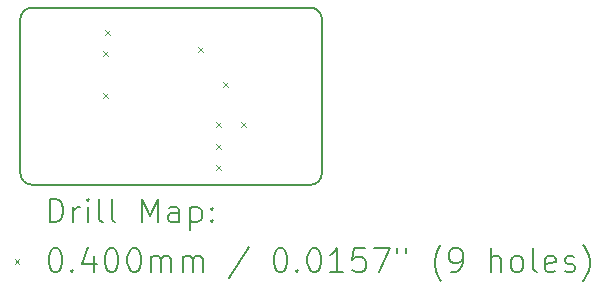
<source format=gbr>
%FSLAX45Y45*%
G04 Gerber Fmt 4.5, Leading zero omitted, Abs format (unit mm)*
G04 Created by KiCad (PCBNEW (6.0.0-0)) date 2022-08-03 15:32:23*
%MOMM*%
%LPD*%
G01*
G04 APERTURE LIST*
%TA.AperFunction,Profile*%
%ADD10C,0.150000*%
%TD*%
%ADD11C,0.200000*%
%ADD12C,0.040000*%
G04 APERTURE END LIST*
D10*
X19480200Y-5222200D02*
X21835000Y-5222200D01*
X21935000Y-5322200D02*
X21935000Y-6622200D01*
X21835000Y-6722200D02*
X19480200Y-6722200D01*
X19380200Y-6622200D02*
X19380200Y-5322200D01*
X21935000Y-5322200D02*
G75*
G03*
X21835000Y-5222200I-100000J0D01*
G01*
X19480200Y-5222200D02*
G75*
G03*
X19380200Y-5322200I0J-100000D01*
G01*
X19380200Y-6622200D02*
G75*
G03*
X19480200Y-6722200I100000J0D01*
G01*
X21835000Y-6722200D02*
G75*
G03*
X21935000Y-6622200I0J100000D01*
G01*
D11*
D12*
X20084100Y-5593400D02*
X20124100Y-5633400D01*
X20124100Y-5593400D02*
X20084100Y-5633400D01*
X20084100Y-5949000D02*
X20124100Y-5989000D01*
X20124100Y-5949000D02*
X20084100Y-5989000D01*
X20096800Y-5415600D02*
X20136800Y-5455600D01*
X20136800Y-5415600D02*
X20096800Y-5455600D01*
X20884200Y-5555300D02*
X20924200Y-5595300D01*
X20924200Y-5555300D02*
X20884200Y-5595300D01*
X21036600Y-6190300D02*
X21076600Y-6230300D01*
X21076600Y-6190300D02*
X21036600Y-6230300D01*
X21036600Y-6378900D02*
X21076600Y-6418900D01*
X21076600Y-6378900D02*
X21036600Y-6418900D01*
X21036600Y-6558600D02*
X21076600Y-6598600D01*
X21076600Y-6558600D02*
X21036600Y-6598600D01*
X21100100Y-5852200D02*
X21140100Y-5892200D01*
X21140100Y-5852200D02*
X21100100Y-5892200D01*
X21252500Y-6190300D02*
X21292500Y-6230300D01*
X21292500Y-6190300D02*
X21252500Y-6230300D01*
D11*
X19630319Y-7040176D02*
X19630319Y-6840176D01*
X19677938Y-6840176D01*
X19706510Y-6849700D01*
X19725557Y-6868748D01*
X19735081Y-6887795D01*
X19744605Y-6925890D01*
X19744605Y-6954462D01*
X19735081Y-6992557D01*
X19725557Y-7011605D01*
X19706510Y-7030652D01*
X19677938Y-7040176D01*
X19630319Y-7040176D01*
X19830319Y-7040176D02*
X19830319Y-6906843D01*
X19830319Y-6944938D02*
X19839843Y-6925890D01*
X19849367Y-6916367D01*
X19868414Y-6906843D01*
X19887462Y-6906843D01*
X19954129Y-7040176D02*
X19954129Y-6906843D01*
X19954129Y-6840176D02*
X19944605Y-6849700D01*
X19954129Y-6859224D01*
X19963652Y-6849700D01*
X19954129Y-6840176D01*
X19954129Y-6859224D01*
X20077938Y-7040176D02*
X20058890Y-7030652D01*
X20049367Y-7011605D01*
X20049367Y-6840176D01*
X20182700Y-7040176D02*
X20163652Y-7030652D01*
X20154129Y-7011605D01*
X20154129Y-6840176D01*
X20411271Y-7040176D02*
X20411271Y-6840176D01*
X20477938Y-6983033D01*
X20544605Y-6840176D01*
X20544605Y-7040176D01*
X20725557Y-7040176D02*
X20725557Y-6935414D01*
X20716033Y-6916367D01*
X20696986Y-6906843D01*
X20658890Y-6906843D01*
X20639843Y-6916367D01*
X20725557Y-7030652D02*
X20706510Y-7040176D01*
X20658890Y-7040176D01*
X20639843Y-7030652D01*
X20630319Y-7011605D01*
X20630319Y-6992557D01*
X20639843Y-6973509D01*
X20658890Y-6963986D01*
X20706510Y-6963986D01*
X20725557Y-6954462D01*
X20820795Y-6906843D02*
X20820795Y-7106843D01*
X20820795Y-6916367D02*
X20839843Y-6906843D01*
X20877938Y-6906843D01*
X20896986Y-6916367D01*
X20906510Y-6925890D01*
X20916033Y-6944938D01*
X20916033Y-7002081D01*
X20906510Y-7021128D01*
X20896986Y-7030652D01*
X20877938Y-7040176D01*
X20839843Y-7040176D01*
X20820795Y-7030652D01*
X21001748Y-7021128D02*
X21011271Y-7030652D01*
X21001748Y-7040176D01*
X20992224Y-7030652D01*
X21001748Y-7021128D01*
X21001748Y-7040176D01*
X21001748Y-6916367D02*
X21011271Y-6925890D01*
X21001748Y-6935414D01*
X20992224Y-6925890D01*
X21001748Y-6916367D01*
X21001748Y-6935414D01*
D12*
X19332700Y-7349700D02*
X19372700Y-7389700D01*
X19372700Y-7349700D02*
X19332700Y-7389700D01*
D11*
X19668414Y-7260176D02*
X19687462Y-7260176D01*
X19706510Y-7269700D01*
X19716033Y-7279224D01*
X19725557Y-7298271D01*
X19735081Y-7336367D01*
X19735081Y-7383986D01*
X19725557Y-7422081D01*
X19716033Y-7441128D01*
X19706510Y-7450652D01*
X19687462Y-7460176D01*
X19668414Y-7460176D01*
X19649367Y-7450652D01*
X19639843Y-7441128D01*
X19630319Y-7422081D01*
X19620795Y-7383986D01*
X19620795Y-7336367D01*
X19630319Y-7298271D01*
X19639843Y-7279224D01*
X19649367Y-7269700D01*
X19668414Y-7260176D01*
X19820795Y-7441128D02*
X19830319Y-7450652D01*
X19820795Y-7460176D01*
X19811271Y-7450652D01*
X19820795Y-7441128D01*
X19820795Y-7460176D01*
X20001748Y-7326843D02*
X20001748Y-7460176D01*
X19954129Y-7250652D02*
X19906510Y-7393509D01*
X20030319Y-7393509D01*
X20144605Y-7260176D02*
X20163652Y-7260176D01*
X20182700Y-7269700D01*
X20192224Y-7279224D01*
X20201748Y-7298271D01*
X20211271Y-7336367D01*
X20211271Y-7383986D01*
X20201748Y-7422081D01*
X20192224Y-7441128D01*
X20182700Y-7450652D01*
X20163652Y-7460176D01*
X20144605Y-7460176D01*
X20125557Y-7450652D01*
X20116033Y-7441128D01*
X20106510Y-7422081D01*
X20096986Y-7383986D01*
X20096986Y-7336367D01*
X20106510Y-7298271D01*
X20116033Y-7279224D01*
X20125557Y-7269700D01*
X20144605Y-7260176D01*
X20335081Y-7260176D02*
X20354129Y-7260176D01*
X20373176Y-7269700D01*
X20382700Y-7279224D01*
X20392224Y-7298271D01*
X20401748Y-7336367D01*
X20401748Y-7383986D01*
X20392224Y-7422081D01*
X20382700Y-7441128D01*
X20373176Y-7450652D01*
X20354129Y-7460176D01*
X20335081Y-7460176D01*
X20316033Y-7450652D01*
X20306510Y-7441128D01*
X20296986Y-7422081D01*
X20287462Y-7383986D01*
X20287462Y-7336367D01*
X20296986Y-7298271D01*
X20306510Y-7279224D01*
X20316033Y-7269700D01*
X20335081Y-7260176D01*
X20487462Y-7460176D02*
X20487462Y-7326843D01*
X20487462Y-7345890D02*
X20496986Y-7336367D01*
X20516033Y-7326843D01*
X20544605Y-7326843D01*
X20563652Y-7336367D01*
X20573176Y-7355414D01*
X20573176Y-7460176D01*
X20573176Y-7355414D02*
X20582700Y-7336367D01*
X20601748Y-7326843D01*
X20630319Y-7326843D01*
X20649367Y-7336367D01*
X20658890Y-7355414D01*
X20658890Y-7460176D01*
X20754129Y-7460176D02*
X20754129Y-7326843D01*
X20754129Y-7345890D02*
X20763652Y-7336367D01*
X20782700Y-7326843D01*
X20811271Y-7326843D01*
X20830319Y-7336367D01*
X20839843Y-7355414D01*
X20839843Y-7460176D01*
X20839843Y-7355414D02*
X20849367Y-7336367D01*
X20868414Y-7326843D01*
X20896986Y-7326843D01*
X20916033Y-7336367D01*
X20925557Y-7355414D01*
X20925557Y-7460176D01*
X21316033Y-7250652D02*
X21144605Y-7507795D01*
X21573176Y-7260176D02*
X21592224Y-7260176D01*
X21611271Y-7269700D01*
X21620795Y-7279224D01*
X21630319Y-7298271D01*
X21639843Y-7336367D01*
X21639843Y-7383986D01*
X21630319Y-7422081D01*
X21620795Y-7441128D01*
X21611271Y-7450652D01*
X21592224Y-7460176D01*
X21573176Y-7460176D01*
X21554129Y-7450652D01*
X21544605Y-7441128D01*
X21535081Y-7422081D01*
X21525557Y-7383986D01*
X21525557Y-7336367D01*
X21535081Y-7298271D01*
X21544605Y-7279224D01*
X21554129Y-7269700D01*
X21573176Y-7260176D01*
X21725557Y-7441128D02*
X21735081Y-7450652D01*
X21725557Y-7460176D01*
X21716033Y-7450652D01*
X21725557Y-7441128D01*
X21725557Y-7460176D01*
X21858890Y-7260176D02*
X21877938Y-7260176D01*
X21896986Y-7269700D01*
X21906510Y-7279224D01*
X21916033Y-7298271D01*
X21925557Y-7336367D01*
X21925557Y-7383986D01*
X21916033Y-7422081D01*
X21906510Y-7441128D01*
X21896986Y-7450652D01*
X21877938Y-7460176D01*
X21858890Y-7460176D01*
X21839843Y-7450652D01*
X21830319Y-7441128D01*
X21820795Y-7422081D01*
X21811271Y-7383986D01*
X21811271Y-7336367D01*
X21820795Y-7298271D01*
X21830319Y-7279224D01*
X21839843Y-7269700D01*
X21858890Y-7260176D01*
X22116033Y-7460176D02*
X22001748Y-7460176D01*
X22058890Y-7460176D02*
X22058890Y-7260176D01*
X22039843Y-7288748D01*
X22020795Y-7307795D01*
X22001748Y-7317319D01*
X22296986Y-7260176D02*
X22201748Y-7260176D01*
X22192224Y-7355414D01*
X22201748Y-7345890D01*
X22220795Y-7336367D01*
X22268414Y-7336367D01*
X22287462Y-7345890D01*
X22296986Y-7355414D01*
X22306510Y-7374462D01*
X22306510Y-7422081D01*
X22296986Y-7441128D01*
X22287462Y-7450652D01*
X22268414Y-7460176D01*
X22220795Y-7460176D01*
X22201748Y-7450652D01*
X22192224Y-7441128D01*
X22373176Y-7260176D02*
X22506509Y-7260176D01*
X22420795Y-7460176D01*
X22573176Y-7260176D02*
X22573176Y-7298271D01*
X22649367Y-7260176D02*
X22649367Y-7298271D01*
X22944605Y-7536367D02*
X22935081Y-7526843D01*
X22916033Y-7498271D01*
X22906509Y-7479224D01*
X22896986Y-7450652D01*
X22887462Y-7403033D01*
X22887462Y-7364938D01*
X22896986Y-7317319D01*
X22906509Y-7288748D01*
X22916033Y-7269700D01*
X22935081Y-7241128D01*
X22944605Y-7231605D01*
X23030319Y-7460176D02*
X23068414Y-7460176D01*
X23087462Y-7450652D01*
X23096986Y-7441128D01*
X23116033Y-7412557D01*
X23125557Y-7374462D01*
X23125557Y-7298271D01*
X23116033Y-7279224D01*
X23106509Y-7269700D01*
X23087462Y-7260176D01*
X23049367Y-7260176D01*
X23030319Y-7269700D01*
X23020795Y-7279224D01*
X23011271Y-7298271D01*
X23011271Y-7345890D01*
X23020795Y-7364938D01*
X23030319Y-7374462D01*
X23049367Y-7383986D01*
X23087462Y-7383986D01*
X23106509Y-7374462D01*
X23116033Y-7364938D01*
X23125557Y-7345890D01*
X23363652Y-7460176D02*
X23363652Y-7260176D01*
X23449367Y-7460176D02*
X23449367Y-7355414D01*
X23439843Y-7336367D01*
X23420795Y-7326843D01*
X23392224Y-7326843D01*
X23373176Y-7336367D01*
X23363652Y-7345890D01*
X23573176Y-7460176D02*
X23554128Y-7450652D01*
X23544605Y-7441128D01*
X23535081Y-7422081D01*
X23535081Y-7364938D01*
X23544605Y-7345890D01*
X23554128Y-7336367D01*
X23573176Y-7326843D01*
X23601748Y-7326843D01*
X23620795Y-7336367D01*
X23630319Y-7345890D01*
X23639843Y-7364938D01*
X23639843Y-7422081D01*
X23630319Y-7441128D01*
X23620795Y-7450652D01*
X23601748Y-7460176D01*
X23573176Y-7460176D01*
X23754128Y-7460176D02*
X23735081Y-7450652D01*
X23725557Y-7431605D01*
X23725557Y-7260176D01*
X23906509Y-7450652D02*
X23887462Y-7460176D01*
X23849367Y-7460176D01*
X23830319Y-7450652D01*
X23820795Y-7431605D01*
X23820795Y-7355414D01*
X23830319Y-7336367D01*
X23849367Y-7326843D01*
X23887462Y-7326843D01*
X23906509Y-7336367D01*
X23916033Y-7355414D01*
X23916033Y-7374462D01*
X23820795Y-7393509D01*
X23992224Y-7450652D02*
X24011271Y-7460176D01*
X24049367Y-7460176D01*
X24068414Y-7450652D01*
X24077938Y-7431605D01*
X24077938Y-7422081D01*
X24068414Y-7403033D01*
X24049367Y-7393509D01*
X24020795Y-7393509D01*
X24001748Y-7383986D01*
X23992224Y-7364938D01*
X23992224Y-7355414D01*
X24001748Y-7336367D01*
X24020795Y-7326843D01*
X24049367Y-7326843D01*
X24068414Y-7336367D01*
X24144605Y-7536367D02*
X24154128Y-7526843D01*
X24173176Y-7498271D01*
X24182700Y-7479224D01*
X24192224Y-7450652D01*
X24201748Y-7403033D01*
X24201748Y-7364938D01*
X24192224Y-7317319D01*
X24182700Y-7288748D01*
X24173176Y-7269700D01*
X24154128Y-7241128D01*
X24144605Y-7231605D01*
M02*

</source>
